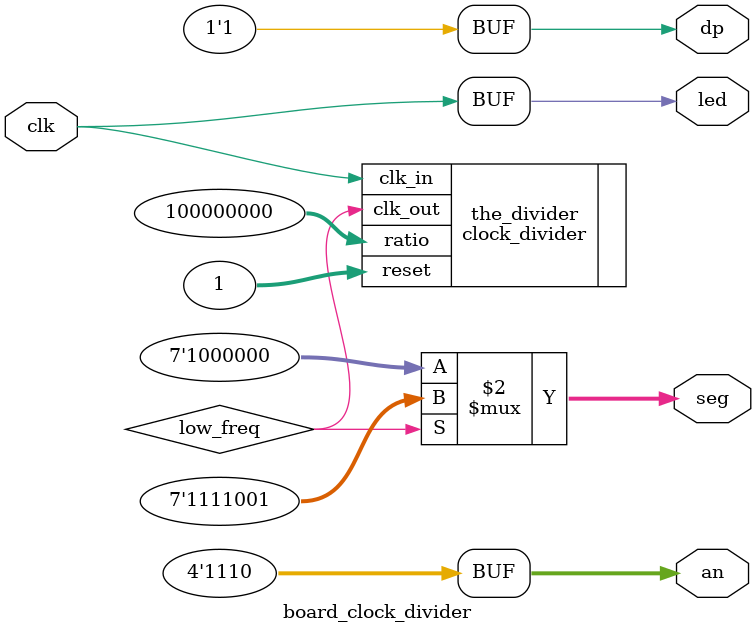
<source format=v>
`timescale 1ns / 1ps


module board_clock_divider(
    input clk,
    output led,
    output [3:0] an,
    output [6:0] seg,
    output dp
    );
  wire low_freq;
  assign an = 4'b1110;
  assign seg = low_freq==1 ? 7'b1111001 : 7'b1000000; 
  assign dp = 1;  
  assign led = clk;
  clock_divider the_divider(
    .clk_in(clk),
    .clk_out(low_freq),
    .reset(1),
    .ratio(32'd100_000_000)
  );
endmodule

</source>
